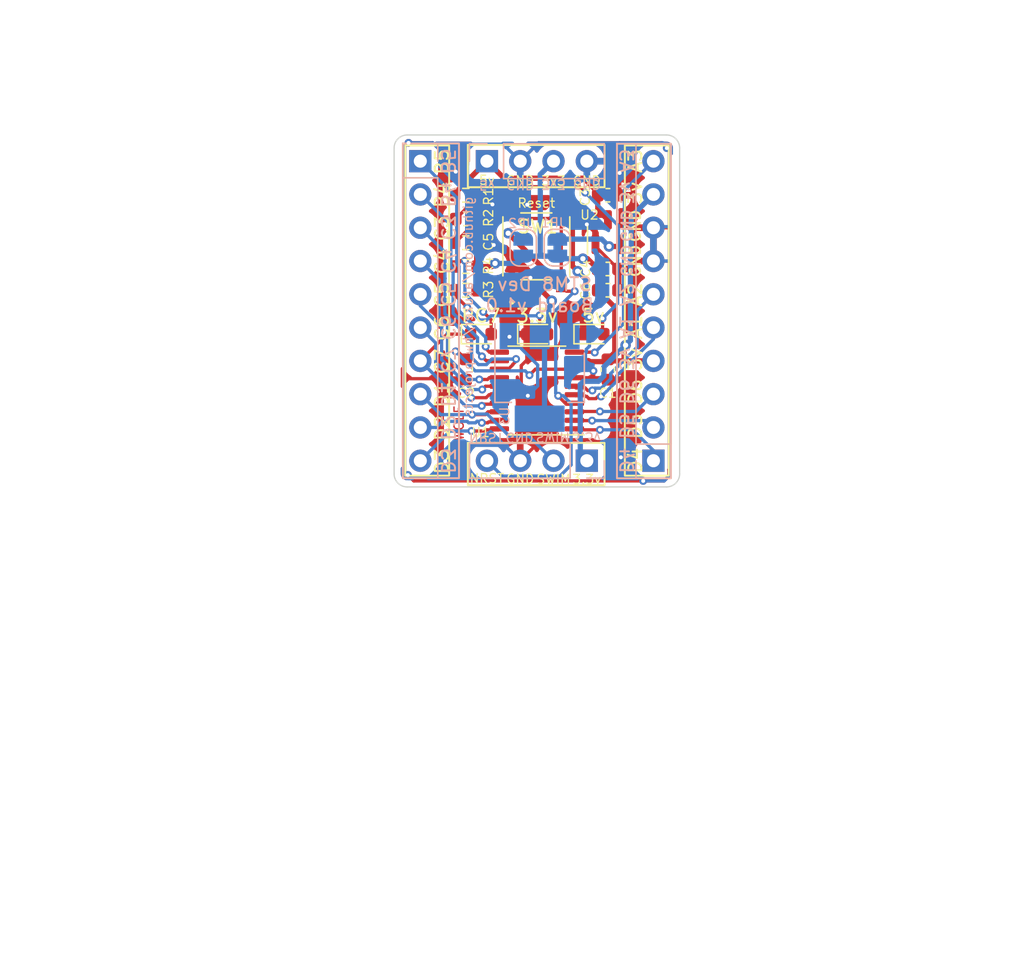
<source format=kicad_pcb>
(kicad_pcb (version 20211014) (generator pcbnew)
  (layers (0 "F.Cu" signal) (31 "B.Cu" signal) (34 "B.Paste" user) (35 "F.Paste" user) (36 "B.SilkS" user "B.Silkscreen") (37 "F.SilkS" user "F.Silkscreen") (38 "B.Mask" user) (39 "F.Mask" user) (44 "Edge.Cuts" user))
  (net 0 "")
  (net 1 "Net-(D1-Pad2)")
  (net 2 "GND")
  (net 3 "PC7")
  (net 4 "PD4")
  (net 5 "PD5")
  (net 6 "PD6")
  (net 7 "+5V")
  (net 8 "PB5")
  (net 9 "PB4")
  (net 10 "PC3")
  (net 11 "PC4")
  (net 12 "PC5")
  (net 13 "PC6")
  (net 14 "PD1")
  (net 15 "PD2")
  (net 16 "PD3")
  (net 17 "NRST")
  (net 18 "+3V3")
  (net 19 "PA1")
  (net 20 "PA2")
  (net 21 "PA3")
  (net 22 "Net-(JP1-Pad1)")
  (net 23 "Net-(JP2-Pad1)")
  (net 24 "Net-(C2-Pad1)")
  (net 25 "Net-(D2-Pad2)")
  (net 26 "Net-(D3-Pad2)")
  (footprint "Capacitor_SMD:C_0603_1608Metric" (layer "F.Cu") (at 114.3 45.9 -90)
    (fp_text reference "C1")
    (fp_text value "10u")
  )
  (footprint "LED_SMD:LED_0603_1608Metric" (layer "F.Cu") (at 104.615 43.2)
    (fp_text reference "D3" hide)
    (fp_text value "PC7")
  )
  (footprint "custom_items:SW_TS-1187A-B-A-B" (layer "F.Cu") (at 108.85 36.5 90)
    (fp_text reference "SW1")
    (fp_text value "Reset")
  )
  (footprint "Capacitor_SMD:C_0603_1608Metric" (layer "F.Cu") (at 114.31 38.226666)
    (fp_text reference "C4")
    (fp_text value "10u")
  )
  (footprint "LED_SMD:LED_0603_1608Metric" (layer "F.Cu") (at 108.91 43.2)
    (fp_text reference "D2" hide)
    (fp_text value "3.3v")
  )
  (footprint "Resistor_SMD:R_0603_1608Metric" (layer "F.Cu") (at 103.47 32.6)
    (fp_text reference "R1")
    (fp_text value "1k")
  )
  (footprint "Resistor_SMD:R_0603_1608Metric" (layer "F.Cu") (at 103.47 38.0375 180)
    (fp_text reference "R4")
    (fp_text value "1k")
  )
  (footprint "Capacitor_SMD:C_0603_1608Metric" (layer "F.Cu") (at 103.47 34.4125 180)
    (fp_text reference "C5")
    (fp_text value "1u")
  )
  (footprint "Package_SO:TSSOP-20_4.4x6.5mm_P0.65mm" (layer "F.Cu") (at 108.89 47.5 180)
    (fp_text reference "U1")
    (fp_text value "STM8S003F3P")
  )
  (footprint "Capacitor_SMD:C_0603_1608Metric" (layer "F.Cu") (at 103.46 45.9 -90)
    (fp_text reference "C2")
    (fp_text value "1u")
  )
  (footprint "Capacitor_SMD:C_0603_1608Metric" (layer "F.Cu") (at 114.31 32.6)
    (fp_text reference "C3")
    (fp_text value "10u")
  )
  (footprint "Resistor_SMD:R_0603_1608Metric" (layer "F.Cu") (at 103.47 39.85 180)
    (fp_text reference "R3")
    (fp_text value "1k")
  )
  (footprint "Package_TO_SOT_SMD:SOT-23" (layer "F.Cu") (at 114.31 35.413333 90)
    (fp_text reference "U2")
    (fp_text value "XC6206")
  )
  (footprint "Capacitor_SMD:C_0603_1608Metric" (layer "F.Cu") (at 114.31 39.85)
    (fp_text reference "C6")
    (fp_text value "100n")
  )
  (footprint "Resistor_SMD:R_0603_1608Metric" (layer "F.Cu") (at 103.47 36.225)
    (fp_text reference "R2")
    (fp_text value "10k")
  )
  (footprint "LED_SMD:LED_0603_1608Metric" (layer "F.Cu") (at 113.205 43.2)
    (fp_text reference "D1" hide)
    (fp_text value "5v")
  )
  (footprint "Connector_PinHeader_2.54mm:PinHeader_1x10_P2.54mm_Vertical" (layer "B.Cu") (at 117.78 52.86)
    (fp_text reference "J2" hide)
    (fp_text value "Conn_01x10_Male")
  )
  (footprint "Connector_PinHeader_2.54mm:PinHeader_1x04_P2.54mm_Vertical" (layer "B.Cu") (at 105.08 30 -90)
    (fp_text reference "J3" hide)
    (fp_text value "Power Connector")
  )
  (footprint "Jumper:SolderJumper-2_P1.3mm_Bridged_RoundedPad1.0x1.5mm" (layer "B.Cu") (at 110.45 36.6 -90)
    (fp_text reference "JP1")
    (fp_text value "SolderJumper_2_Bridged")
  )
  (footprint "Package_TO_SOT_SMD:SOT-223-3_TabPin2" (layer "B.Cu") (at 109.1 46.5 -90)
    (fp_text reference "U3")
    (fp_text value "AMS1117-3.3")
  )
  (footprint "Connector_PinHeader_2.54mm:PinHeader_1x10_P2.54mm_Vertical" (layer "B.Cu") (at 100 30 180)
    (fp_text reference "J4" hide)
    (fp_text value "Conn_01x10_Male")
  )
  (footprint "Connector_PinHeader_2.54mm:PinHeader_1x04_P2.54mm_Vertical" (layer "B.Cu") (at 112.7 52.86 90)
    (fp_text reference "J1" hide)
    (fp_text value "STLinkV2 Connector")
  )
  (footprint "Jumper:SolderJumper-2_P1.3mm_Open_RoundedPad1.0x1.5mm" (layer "B.Cu") (at 107.85 36.6 -90)
    (fp_text reference "JP2")
    (fp_text value "SolderJumper_2_Bridged")
  )
  (gr_rect (start 98.67 28.65) (end 102.95 54.19) (layer "B.SilkS") (width 0.15) (fill none))
  (gr_rect (start 115 28.67) (end 119.11 54.2) (layer "B.SilkS") (width 0.15) (fill none))
  (gr_rect (start 103.625 28.7625) (end 114.05 31.9875) (layer "F.SilkS") (width 0.15) (fill none))
  (gr_rect (start 98.85 28.8) (end 102.2 54) (layer "F.SilkS") (width 0.15) (fill none))
  (gr_rect (start 115.6 28.8) (end 118.95 54) (layer "F.SilkS") (width 0.15) (fill none))
  (gr_rect (start 103.625 51.5) (end 114.05 54.725) (layer "F.SilkS") (width 0.15) (fill none))
  (gr_line (start 98 53.86) (end 98 29) (layer "Edge.Cuts") (width 0.1))
  (gr_line (start 119.78 29) (end 119.78 53.86) (layer "Edge.Cuts") (width 0.1))
  (gr_arc (start 119.78 53.86) (mid 119.487107 54.567107) (end 118.78 54.86) (layer "Edge.Cuts") (width 0.1))
  (gr_line (start 118.78 54.86) (end 99 54.86) (layer "Edge.Cuts") (width 0.1))
  (gr_arc (start 98 29) (mid 98.292893 28.292893) (end 99 28) (layer "Edge.Cuts") (width 0.1))
  (gr_line (start 99 28) (end 118.78 28) (layer "Edge.Cuts") (width 0.1))
  (gr_arc (start 118.78 28) (mid 119.487107 28.292893) (end 119.78 29) (layer "Edge.Cuts") (width 0.1))
  (gr_arc (start 99 54.86) (mid 98.292893 54.567107) (end 98 53.86) (layer "Edge.Cuts") (width 0.1))
  (gr_text "BAD WOLF" (at 102.95 51.275 90) (layer "F.Cu") (effects (font (size 0.7 0.7) (thickness 0.1))))
  (gr_text "3v" (at 115.7 32.406534 270) (layer "B.SilkS") (effects (font (size 1 1)) (justify mirror)))
  (gr_text "D2" (at 102.1 50.32 270) (layer "B.SilkS") (effects (font (size 1 1)) (justify mirror)))
  (gr_text "3v" (at 115.7 45.088013 270) (layer "B.SilkS") (effects (font (size 1 1)) (justify mirror)))
  (gr_text "NRST" (at 105.03 51.1 180) (layer "B.SilkS") (effects (font (size 0.7 0.7) (thickness 0.1)) (justify mirror)))
  (gr_text "D3" (at 102.1 52.86 270) (layer "B.SilkS") (effects (font (size 1 1)) (justify mirror)))
  (gr_text "A3\n" (at 115.7 29.975 270) (layer "B.SilkS") (effects (font (size 1 1)) (justify mirror)))
  (gr_text "D4" (at 115.7 52.835 270) (layer "B.SilkS") (effects (font (size 1 1)) (justify mirror)))
  (gr_text "5v" (at 105.083334 31.825 180) (layer "B.SilkS") (effects (font (size 0.7 0.7) (thickness 0.1)) (justify mirror)))
  (gr_text "3.3v\n" (at 112.65 51.05 180) (layer "B.SilkS") (effects (font (size 0.7 0.7) (thickness 0.1)) (justify mirror)))
  (gr_text "A1" (at 115.7 42.656479 270) (layer "B.SilkS") (effects (font (size 1 1)) (justify mirror)))
  (gr_text "GND" (at 107.57 51.075 180) (layer "B.SilkS") (effects (font (size 0.7 0.7) (thickness 0.1)) (justify mirror)))
  (gr_text "GND" (at 115.7 37.602935 270) (layer "B.SilkS") (effects (font (size 0.8 0.8)) (justify mirror)))
  (gr_text "STM8 Dev \nBoard v1.0" (at 109.1 40.2) (layer "B.SilkS") (effects (font (size 1 1)) (justify mirror)))
  (gr_text "GND" (at 107.623334 31.8 180) (layer "B.SilkS") (effects (font (size 0.7 0.7) (thickness 0.1)) (justify mirror)))
  (gr_text "SWIM" (at 110.11 51.05 180) (layer "B.SilkS") (effects (font (size 0.7 0.7) (thickness 0.1)) (justify mirror)))
  (gr_text "A2" (at 115.7 40.177326 270) (layer "B.SilkS") (effects (font (size 1 1)) (justify mirror)))
  (gr_text "GND" (at 112.703334 31.775 180) (layer "B.SilkS") (effects (font (size 0.7 0.7) (thickness 0.1)) (justify mirror)))
  (gr_text "C4" (at 102.1 37.62 270) (layer "B.SilkS") (effects (font (size 1 1)) (justify mirror)))
  (gr_text "github.com/akuker/hw_projects" (at 103.65 41.1 90) (layer "B.SilkS") (effects (font (size 0.7 0.7) (thickness 0.1)) (justify mirror)))
  (gr_text "B4" (at 102.1 32.54 270) (layer "B.SilkS") (effects (font (size 1 1)) (justify mirror)))
  (gr_text "C3" (at 102.1 35.08 270) (layer "B.SilkS") (effects (font (size 1 1)) (justify mirror)))
  (gr_text "B5" (at 102.1 30 270) (layer "B.SilkS") (effects (font (size 1 1)) (justify mirror)))
  (gr_text "C6" (at 102.1 42.7 270) (layer "B.SilkS") (effects (font (size 1 1)) (justify mirror)))
  (gr_text "GND" (at 115.7 34.933306 270) (layer "B.SilkS") (effects (font (size 0.8 0.8)) (justify mirror)))
  (gr_text "C7" (at 102.1 45.24 270) (layer "B.SilkS") (effects (font (size 1 1)) (justify mirror)))
  (gr_text "3v3" (at 110.163334 31.775 180) (layer "B.SilkS") (effects (font (size 0.7 0.7) (thickness 0.1)) (justify mirror)))
  (gr_text "C5" (at 102.1 40.16 270) (layer "B.SilkS") (effects (font (size 1 1)) (justify mirror)))
  (gr_text "D1" (at 102.1 47.78 270) (layer "B.SilkS") (effects (font (size 1 1)) (justify mirror)))
  (gr_text "D5" (at 115.7 50.212985 270) (layer "B.SilkS") (effects (font (size 1 1)) (justify mirror)))
  (gr_text "D6" (at 115.7 47.590975 270) (layer "B.SilkS") (effects (font (size 1 1)) (justify mirror)))
  (gr_text "A1" (at 116.4 42.671479 -270) (layer "F.SilkS") (effects (font (size 1 1))))
  (gr_text "D4" (at 116.4 52.85 -270) (layer "F.SilkS") (effects (font (size 1 1))))
  (gr_text "D3" (at 101.65 52.9 -270) (layer "F.SilkS") (effects (font (size 1 1))))
  (gr_text "C6" (at 101.65 42.74 -270) (layer "F.SilkS") (effects (font (size 1 1))))
  (gr_text "D2" (at 101.65 50.36 -270) (layer "F.SilkS") (effects (font (size 1 1))))
  (gr_text "D5" (at 116.4 50.227985 -270) (layer "F.SilkS") (effects (font (size 1 1))))
  (gr_text "5v" (at 105.08 31.45) (layer "F.SilkS") (effects (font (size 0.7 0.7) (thickness 0.1))))
  (gr_text "D1" (at 101.65 47.82 -270) (layer "F.SilkS") (effects (font (size 1 1))))
  (gr_text "SWIM" (at 110.16 54.275) (layer "F.SilkS") (effects (font (size 0.7 0.7) (thickness 0.1))))
  (gr_text "GND" (at 107.62 31.475) (layer "F.SilkS") (effects (font (size 0.7 0.7) (thickness 0.1))))
  (gr_text "B5" (at 101.65 30.04 -270) (layer "F.SilkS") (effects (font (size 1 1))))
  (gr_text "GND" (at 116.4 34.948306 -270) (layer "F.SilkS") (effects (font (size 0.8 0.8))))
  (gr_text "3.3v\n" (at 112.7 54.275) (layer "F.SilkS") (effects (font (size 0.7 0.7) (thickness 0.1))))
  (gr_text "GND" (at 112.7 31.5) (layer "F.SilkS") (effects (font (size 0.7 0.7) (thickness 0.1))))
  (gr_text "3v3" (at 110.16 31.5) (layer "F.SilkS") (effects (font (size 0.7 0.7) (thickness 0.1))))
  (gr_text "D6" (at 116.4 47.605975 -270) (layer "F.SilkS") (effects (font (size 1 1))))
  (gr_text "GND" (at 116.4 37.617935 -270) (layer "F.SilkS") (effects (font (size 0.8 0.8))))
  (gr_text "C5" (at 101.65 40.2 -270) (layer "F.SilkS") (effects (font (size 1 1))))
  (gr_text "3v" (at 116.4 32.421534 -270) (layer "F.SilkS") (effects (font (size 1 1))))
  (gr_text "B4" (at 101.65 32.58 -270) (layer "F.SilkS") (effects (font (size 1 1))))
  (gr_text "A2" (at 116.4 40.192326 -270) (layer "F.SilkS") (effects (font (size 1 1))))
  (gr_text "3v" (at 116.4 45.103013 -270) (layer "F.SilkS") (effects (font (size 1 1))))
  (gr_text "C3" (at 101.65 35.12 -270) (layer "F.SilkS") (effects (font (size 1 1))))
  (gr_text "GND" (at 107.62 54.25) (layer "F.SilkS") (effects (font (size 0.7 0.7) (thickness 0.1))))
  (gr_text "C4" (at 101.65 37.66 -270) (layer "F.SilkS") (effects (font (size 1 1))))
  (gr_text "NRST" (at 105.08 54.225) (layer "F.SilkS") (effects (font (size 0.7 0.7) (thickness 0.1))))
  (gr_text "C7" (at 101.65 45.28 -270) (layer "F.SilkS") (effects (font (size 1 1))))
  (gr_text "A3\n" (at 116.4 29.99 -270) (layer "F.SilkS") (effects (font (size 1 1))))
  (segment (start 104.945 31.95) (end 112.1355 31.95) (width 0.25) (layer "F.Cu") (net 1))
  (segment (start 113.9 42) (end 113.9 43.1075) (width 0.25) (layer "F.Cu") (net 1))
  (segment (start 112.1355 31.95) (end 112.5855 32.4) (width 0.25) (layer "F.Cu") (net 1))
  (segment (start 104.295 32.6) (end 104.945 31.95) (width 0.25) (layer "F.Cu") (net 1))
  (segment (start 113.9 43.1075) (end 113.9925 43.2) (width 0.25) (layer "F.Cu") (net 1))
  (via (at 113.9 42) (size 0.6) (drill 0.3) (layers "F.Cu" "B.Cu") (net 1))
  (via (at 112.5855 32.4) (size 0.6) (drill 0.3) (layers "F.Cu" "B.Cu") (net 1))
  (segment (start 115.0493 40.8507) (end 113.9 42) (width 0.25) (layer "B.Cu") (net 1))
  (segment (start 115.115967 34.930467) (end 115.115967 36.808633) (width 0.25) (layer "B.Cu") (net 1))
  (segment (start 115.115967 36.808633) (end 115.0493 36.8753) (width 0.25) (layer "B.Cu") (net 1))
  (segment (start 115.0493 36.8753) (end 115.0493 40.8507) (width 0.25) (layer "B.Cu") (net 1))
  (segment (start 112.5855 32.4) (end 115.115967 34.930467) (width 0.25) (layer "B.Cu") (net 1))
  (segment (start 107.7 47.4) (end 108.2 47.9) (width 0.25) (layer "F.Cu") (net 2))
  (segment (start 107.7 45.6) (end 107.7 47.4) (width 0.25) (layer "F.Cu") (net 2))
  (segment (start 118.92 37.62) (end 119 37.7) (width 0.25) (layer "F.Cu") (net 2))
  (segment (start 109.08 51.4) (end 107.62 52.86) (width 0.25) (layer "F.Cu") (net 2))
  (segment (start 108.1225 45.1775) (end 107.7 45.6) (width 0.25) (layer "F.Cu") (net 2))
  (segment (start 115.2 30.9) (end 115.2 28.6) (width 0.25) (layer "F.Cu") (net 2))
  (segment (start 118.589022 54.4) (end 117 54.4) (width 0.25) (layer "F.Cu") (net 2))
  (segment (start 115.3 52.6) (end 114.2 51.5) (width 0.25) (layer "F.Cu") (net 2))
  (segment (start 102.7 30.350978) (end 102.7 30.8) (width 0.25) (layer "F.Cu") (net 2))
  (segment (start 105.5 33.3) (end 105.18702 33.61298) (width 0.25) (layer "F.Cu") (net 2))
  (segment (start 107.62 30) (end 109.02 28.6) (width 0.25) (layer "F.Cu") (net 2))
  (segment (start 113.36 36.350833) (end 113.36 35.485) (width 0.25) (layer "F.Cu") (net 2))
  (segment (start 119 29.2) (end 119 35.1) (width 0.25) (layer "F.Cu") (net 2))
  (segment (start 114.2 51.5) (end 114.2 51.4) (width 0.25) (layer "F.Cu") (net 2))
  (segment (start 109.575 46.525) (end 108.2 47.9) (width 0.25) (layer "F.Cu") (net 2))
  (segment (start 113.36 35.485) (end 112.7 34.825) (width 0.25) (layer "F.Cu") (net 2))
  (segment (start 113.225 46.025) (end 113.225 46.525) (width 0.25) (layer "F.Cu") (net 2))
  (segment (start 111.7525 46.525) (end 113.225 46.525) (width 0.25) (layer "F.Cu") (net 2))
  (segment (start 113.2 46) (end 113.225 46.025) (width 0.25) (layer "F.Cu") (net 2))
  (segment (start 118.954511 53.545489) (end 118.954511 54.034511) (width 0.25) (layer "F.Cu") (net 2))
  (segment (start 99.050978 28.6) (end 100.949022 28.6) (width 0.25) (layer "F.Cu") (net 2))
  (segment (start 103.385 46.6) (end 98.8 46.6) (width 0.25) (layer "F.Cu") (net 2))
  (segment (start 105.18702 33.61298) (end 103.49452 33.61298) (width 0.25) (layer "F.Cu") (net 2))
  (segment (start 98.8 28.850978) (end 99.050978 28.6) (width 0.25) (layer "F.Cu") (net 2))
  (segment (start 114.2 51.4) (end 109.08 51.4) (width 0.25) (layer "F.Cu") (net 2))
  (segment (start 118.98 35.08) (end 119 35.1) (width 0.25) (layer "F.Cu") (net 2))
  (segment (start 100.949022 28.6) (end 102.7 30.350978) (width 0.25) (layer "F.Cu") (net 2))
  (segment (start 108.1225 43.2) (end 108.1225 45.1775) (width 0.25) (layer "F.Cu") (net 2))
  (segment (start 117.78 35.08) (end 118.98 35.08) (width 0.25) (layer "F.Cu") (net 2))
  (segment (start 109.02 28.6) (end 115.2 28.6) (width 0.25) (layer "F.Cu") (net 2))
  (segment (start 98.8 46.6) (end 98.8 28.850978) (width 0.25) (layer "F.Cu") (net 2))
  (segment (start 119 37.7) (end 119 53.5) (width 0.25) (layer "F.Cu") (net 2))
  (segment (start 119 35.1) (end 119 37.7) (width 0.25) (layer "F.Cu") (net 2))
  (segment (start 119 53.5) (end 118.954511 53.545489) (width 0.25) (layer "F.Cu") (net 2))
  (segment (start 99.5 54.4) (end 98.8 53.7) (width 0.25) (layer "F.Cu") (net 2))
  (segment (start 118.954511 54.034511) (end 118.589022 54.4) (width 0.25) (layer "F.Cu") (net 2))
  (segment (start 114.15 46.525) (end 114.3 46.675) (width 0.25) (layer "F.Cu") (net 2))
  (segment (start 118.8 29) (end 119 29.2) (width 0.25) (layer "F.Cu") (net 2))
  (segment (start 98.8 53.7) (end 98.8 46.6) (width 0.25) (layer "F.Cu") (net 2))
  (segment (start 111.7525 46.525) (end 109.575 46.525) (width 0.25) (layer "F.Cu") (net 2))
  (segment (start 118.4 28.6) (end 118.8 29) (width 0.25) (layer "F.Cu") (net 2))
  (segment (start 113.225 46.525) (end 114.15 46.525) (width 0.25) (layer "F.Cu") (net 2))
  (segment (start 117 54.4) (end 99.5 54.4) (width 0.25) (layer "F.Cu") (net 2))
  (segment (start 117.78 37.62) (end 118.92 37.62) (width 0.25) (layer "F.Cu") (net 2))
  (segment (start 113.36 36.350833) (end 113.36 36.501666) (width 0.25) (layer "F.Cu") (net 2))
  (segment (start 103.49452 33.61298) (end 102.695 34.4125) (width 0.25) (layer "F.Cu") (net 2))
  (segment (start 113.36 36.501666) (end 115.085 38.226666) (width 0.25) (layer "F.Cu") (net 2))
  (segment (start 115.2 28.6) (end 118.4 28.6) (width 0.25) (layer "F.Cu") (net 2))
  (segment (start 103.46 46.675) (end 103.385 46.6) (width 0.25) (layer "F.Cu") (net 2))
  (via (at 101.9 52.9) (size 0.6) (drill 0.3) (layers "F.Cu" "B.Cu") (net 2))
  (via (at 105.6 36.4) (size 0.6) (drill 0.3) (layers "F.Cu" "B.Cu") (net 2))
  (via (at 106.8 43.4) (size 0.6) (drill 0.3) (layers "F.Cu" "B.Cu") (net 2))
  (via (at 99.05 53.95) (size 0.6) (drill 0.3) (layers "F.Cu" "B.Cu") (net 2))
  (via (at 113.2 46) (size 0.6) (drill 0.3) (layers "F.Cu" "B.Cu") (net 2))
  (via (at 102.7 30.8) (size 0.6) (drill 0.3) (layers "F.Cu" "B.Cu") (net 2))
  (via (at 108.15 33.325) (size 0.6) (drill 0.3) (layers "F.Cu" "B.Cu") (net 2))
  (via (at 115.3 52.6) (size 0.6) (drill 0.3) (layers "F.Cu" "B.Cu") (net 2))
  (via (at 115.2 30.9) (size 0.6) (drill 0.3) (layers "F.Cu" "B.Cu") (net 2))
  (via (at 108.4 38.9) (size 0.6) (drill 0.3) (layers "F.Cu" "B.Cu") (net 2))
  (via (at 99.1 28.6) (size 0.6) (drill 0.3) (layers "F.Cu" "B.Cu") (net 2))
  (via (at 118.8 29) (size 0.6) (drill 0.3) (layers "F.Cu" "B.Cu") (net 2))
  (via (at 112.9 41.9) (size 0.6) (drill 0.3) (layers "F.Cu" "B.Cu") (net 2))
  (via (at 117 54.4) (size 0.6) (drill 0.3) (layers "F.Cu" "B.Cu") (net 2))
  (via (at 105.5 33.3) (size 0.6) (drill 0.3) (layers "F.Cu" "B.Cu") (net 2))
  (via (at 112.7 34.825) (size 0.6) (drill 0.3) (layers "F.Cu" "B.Cu") (net 2))
  (via (at 108.2 47.9) (size 0.6) (drill 0.3) (layers "F.Cu" "B.Cu") (net 2))
  (segment (start 112.662766 44.35872) (end 112.662766 44.537234) (width 0.25) (layer "B.Cu") (net 2))
  (segment (start 107.62 52.86) (end 106.445489 51.685489) (width 0.25) (layer "B.Cu") (net 2))
  (segment (start 119 29.1) (end 118.5 28.6) (width 0.25) (layer "B.Cu") (net 2))
  (segment (start 108.949001 45.549001) (end 108.949001 47.150999) (width 0.25) (layer "B.Cu") (net 2))
  (segment (start 117.78 35.08) (end 117.86 35) (width 0.25) (layer "B.Cu") (net 2))
  (segment (start 99.1 28.6) (end 98.8 28.9) (width 0.25) (layer "B.Cu") (net 2))
  (segment (start 112.662766 44.537234) (end 112.6 44.6) (width 0.25) (layer "B.Cu") (net 2))
  (segment (start 119 35) (end 119 29.1) (width 0.25) (layer "B.Cu") (net 2))
  (segment (start 106.32 28.7) (end 104.030978 28.7) (width 0.25) (layer "B.Cu") (net 2))
  (segment (start 103.114511 51.685489) (end 101.9 52.9) (width 0.25) (layer "B.Cu") (net 2))
  (segment (start 106.8 43.35) (end 106.8 43.4) (width 0.25) (layer "B.Cu") (net 2))
  (segment (start 112.6 45.4) (end 113.2 46) (width 0.25) (layer "B.Cu") (net 2))
  (segment (start 117.78 37.62) (end 118.92 37.62) (width 0.25) (layer "B.Cu") (net 2))
  (segment (start 99.2 54.1) (end 100.7 54.1) (width 0.25) (layer "B.Cu") (net 2))
  (segment (start 100.949022 28.6) (end 99.1 28.6) (width 0.25) (layer "B.Cu") (net 2))
  (segment (start 106.8 43.4) (end 108.949001 45.549001) (width 0.25) (layer "B.Cu") (net 2))
  (segment (start 99.05 53.95) (end 99.2 54.1) (width 0.25) (layer "B.Cu") (net 2))
  (segment (start 109.02 28.6) (end 107.62 30) (width 0.25) (layer "B.Cu") (net 2))
  (segment (start 115.3 52.6) (end 117.1 54.4) (width 0.25) (layer "B.Cu") (net 2))
  (segment (start 118.6 54.4) (end 119 54) (width 0.25) (layer "B.Cu") (net 2))
  (segment (start 107.62 30) (end 106.32 28.7) (width 0.25) (layer "B.Cu") (net 2))
  (segment (start 118.92 37.62) (end 119 37.7) (width 0.25) (layer "B.Cu") (net 2))
  (segment (start 118.5 28.6) (end 109.02 28.6) (width 0.25) (layer "B.Cu") (net 2))
  (segment (start 119 37.7) (end 119 35) (width 0.25) (layer "B.Cu") (net 2))
  (segment (start 102.7 30.350978) (end 100.949022 28.6) (width 0.25) (layer "B.Cu") (net 2))
  (segment (start 98.8 53.7) (end 99.05 53.95) (width 0.25) (layer "B.Cu") (net 2))
  (segment (start 117.1 54.4) (end 118.6 54.4) (width 0.25) (layer "B.Cu") (net 2))
  (segment (start 112.9 44.121486) (end 112.662766 44.35872) (width 0.25) (layer "B.Cu") (net 2))
  (segment (start 117.86 35) (end 119 35) (width 0.25) (layer "B.Cu") (net 2))
  (segment (start 100.7 54.1) (end 101.9 52.9) (width 0.25) (layer "B.Cu") (net 2))
  (segment (start 112.6 44.6) (end 112.6 45.4) (width 0.25) (layer "B.Cu") (net 2))
  (segment (start 112.9 41.9) (end 112.9 44.121486) (width 0.25) (layer "B.Cu") (net 2))
  (segment (start 102.7 30.030978) (end 102.7 30.8) (width 0.25) (layer "B.Cu") (net 2))
  (segment (start 119 54) (end 119 37.7) (width 0.25) (layer "B.Cu") (net 2))
  (segment (start 98.8 28.9) (end 98.8 53.7) (width 0.25) (layer "B.Cu") (net 2))
  (segment (start 102.7 30.8) (end 102.7 30.350978) (width 0.25) (layer "B.Cu") (net 2))
  (segment (start 104.030978 28.7) (end 102.7 30.030978) (width 0.25) (layer "B.Cu") (net 2))
  (segment (start 106.445489 51.685489) (end 103.114511 51.685489) (width 0.25) (layer "B.Cu") (net 2))
  (segment (start 108.949001 47.150999) (end 108.2 47.9) (width 0.25) (layer "B.Cu") (net 2))
  (segment (start 106.0275 48.475) (end 105.959748 48.542752) (width 0.25) (layer "F.Cu") (net 3))
  (segment (start 105.959748 48.542752) (end 104.820153 48.542752) (width 0.25) (layer "F.Cu") (net 3))
  (segment (start 104.820153 48.542752) (end 104.687405 48.6755) (width 0.25) (layer "F.Cu") (net 3))
  (segment (start 102.04 43.2) (end 100 45.24) (width 0.25) (layer "F.Cu") (net 3))
  (segment (start 103.8275 43.2) (end 102.04 43.2) (width 0.25) (layer "F.Cu") (net 3))
  (via (at 104.687405 48.6755) (size 0.6) (drill 0.3) (layers "F.Cu" "B.Cu") (net 3))
  (segment (start 100 45.24) (end 103.4355 48.6755) (width 0.25) (layer "B.Cu") (net 3))
  (segment (start 103.4355 48.6755) (end 104.687405 48.6755) (width 0.25) (layer "B.Cu") (net 3))
  (segment (start 113.7 50.5) (end 111.8275 50.5) (width 0.25) (layer "F.Cu") (net 4))
  (segment (start 111.8275 50.5) (end 111.7525 50.425) (width 0.25) (layer "F.Cu") (net 4))
  (via (at 113.7 50.5) (size 0.6) (drill 0.3) (layers "F.Cu" "B.Cu") (net 4))
  (segment (start 117.78 52.08) (end 116.2 50.5) (width 0.25) (layer "B.Cu") (net 4))
  (segment (start 116.2 50.5) (end 113.7 50.5) (width 0.25) (layer "B.Cu") (net 4))
  (segment (start 117.78 52.86) (end 117.78 52.08) (width 0.25) (layer "B.Cu") (net 4))
  (segment (start 111.7775 49.8) (end 111.7525 49.775) (width 0.25) (layer "F.Cu") (net 5))
  (segment (start 113.1 49.8) (end 111.7775 49.8) (width 0.25) (layer "F.Cu") (net 5))
  (via (at 113.1 49.8) (size 0.6) (drill 0.3) (layers "F.Cu" "B.Cu") (net 5))
  (segment (start 117.78 50.32) (end 117.26 49.8) (width 0.25) (layer "B.Cu") (net 5))
  (segment (start 117.26 49.8) (end 113.1 49.8) (width 0.25) (layer "B.Cu") (net 5))
  (segment (start 113.7 49.1) (end 111.7775 49.1) (width 0.25) (layer "F.Cu") (net 6))
  (segment (start 111.7775 49.1) (end 111.7525 49.125) (width 0.25) (layer "F.Cu") (net 6))
  (via (at 113.7 49.1) (size 0.6) (drill 0.3) (layers "F.Cu" "B.Cu") (net 6))
  (segment (start 116.46 49.1) (end 116.4 49.1) (width 0.25) (layer "B.Cu") (net 6))
  (segment (start 116.4 49.1) (end 113.7 49.1) (width 0.25) (layer "B.Cu") (net 6))
  (segment (start 117.78 47.78) (end 116.46 49.1) (width 0.25) (layer "B.Cu") (net 6))
  (segment (start 112.474745 31.3) (end 106.38 31.3) (width 0.4) (layer "F.Cu") (net 7))
  (segment (start 113.535 32.6) (end 113.535 32.360255) (width 0.4) (layer "F.Cu") (net 7))
  (segment (start 113.959666 34.125499) (end 114.31 34.475833) (width 0.4) (layer "F.Cu") (net 7))
  (segment (start 113.535 32.6) (end 113.535 33.700833) (width 0.4) (layer "F.Cu") (net 7))
  (segment (start 106.38 31.3) (end 105.08 30) (width 0.4) (layer "F.Cu") (net 7))
  (segment (start 111.6 34.935755) (end 112.410256 34.125499) (width 0.4) (layer "F.Cu") (net 7))
  (segment (start 113.535 32.360255) (end 112.474745 31.3) (width 0.4) (layer "F.Cu") (net 7))
  (segment (start 102.645 32.6) (end 102.645 32.435) (width 0.4) (layer "F.Cu") (net 7))
  (segment (start 112 38.4) (end 111.6 38) (width 0.4) (layer "F.Cu") (net 7))
  (segment (start 102.645 32.435) (end 105.08 30) (width 0.4) (layer "F.Cu") (net 7))
  (segment (start 111.6 38) (end 111.6 34.935755) (width 0.4) (layer "F.Cu") (net 7))
  (segment (start 113.535 33.700833) (end 114.31 34.475833) (width 0.4) (layer "F.Cu") (net 7))
  (segment (start 112.410256 34.125499) (end 113.959666 34.125499) (width 0.4) (layer "F.Cu") (net 7))
  (via (at 112 38.4) (size 0.8) (drill 0.4) (layers "F.Cu" "B.Cu") (net 7))
  (segment (start 111.4 43.35) (end 111.4 41.589245) (width 0.4) (layer "B.Cu") (net 7))
  (segment (start 111.4 41.589245) (end 112.624501 40.364744) (width 0.4) (layer "B.Cu") (net 7))
  (segment (start 112.624501 39.024501) (end 112 38.4) (width 0.4) (layer "B.Cu") (net 7))
  (segment (start 112.624501 40.364744) (end 112.624501 39.024501) (width 0.4) (layer "B.Cu") (net 7))
  (segment (start 104.986609 44.146916) (end 104.986609 44.286609) (width 0.25) (layer "F.Cu") (net 8))
  (segment (start 105.275 44.575) (end 106.0275 44.575) (width 0.25) (layer "F.Cu") (net 8))
  (segment (start 104.986609 44.286609) (end 105.275 44.575) (width 0.25) (layer "F.Cu") (net 8))
  (via (at 104.986609 44.146916) (size 0.6) (drill 0.3) (layers "F.Cu" "B.Cu") (net 8))
  (segment (start 102.95049 41.416846) (end 104.986609 43.452965) (width 0.25) (layer "B.Cu") (net 8))
  (segment (start 102.775499 37.858678) (end 102.95049 38.033669) (width 0.25) (layer "B.Cu") (net 8))
  (segment (start 104.986609 43.452965) (end 104.986609 44.146916) (width 0.25) (layer "B.Cu") (net 8))
  (segment (start 100 30) (end 102.775499 32.775499) (width 0.25) (layer "B.Cu") (net 8))
  (segment (start 102.775499 32.775499) (end 102.775499 37.858678) (width 0.25) (layer "B.Cu") (net 8))
  (segment (start 102.95049 38.033669) (end 102.95049 41.416846) (width 0.25) (layer "B.Cu") (net 8))
  (segment (start 105.025 45.225) (end 106.0275 45.225) (width 0.25) (layer "F.Cu") (net 9))
  (segment (start 104.7 44.9) (end 105.025 45.225) (width 0.25) (layer "F.Cu") (net 9))
  (via (at 104.7 44.9) (size 0.6) (drill 0.3) (layers "F.Cu" "B.Cu") (net 9))
  (segment (start 100 32.54) (end 102.325989 34.865989) (width 0.25) (layer "B.Cu") (net 9))
  (segment (start 102.50098 41.60304) (end 104.362108 43.464168) (width 0.25) (layer "B.Cu") (net 9))
  (segment (start 102.50098 38.219863) (end 102.50098 41.60304) (width 0.25) (layer "B.Cu") (net 9))
  (segment (start 102.325989 38.044872) (end 102.50098 38.219863) (width 0.25) (layer "B.Cu") (net 9))
  (segment (start 104.362108 43.464168) (end 104.362108 44.562108) (width 0.25) (layer "B.Cu") (net 9))
  (segment (start 102.325989 34.865989) (end 102.325989 38.044872) (width 0.25) (layer "B.Cu") (net 9))
  (segment (start 104.362108 44.562108) (end 104.7 44.9) (width 0.25) (layer "B.Cu") (net 9))
  (segment (start 107.050489 45.539872) (end 107.050489 45.513807) (width 0.25) (layer "F.Cu") (net 10))
  (segment (start 106.0275 45.875) (end 106.715361 45.875) (width 0.25) (layer "F.Cu") (net 10))
  (segment (start 107.3 45.264296) (end 107.3 45.1) (width 0.25) (layer "F.Cu") (net 10))
  (segment (start 106.715361 45.875) (end 107.050489 45.539872) (width 0.25) (layer "F.Cu") (net 10))
  (segment (start 107.050489 45.513807) (end 107.3 45.264296) (width 0.25) (layer "F.Cu") (net 10))
  (via (at 107.3 45.1) (size 0.6) (drill 0.3) (layers "F.Cu" "B.Cu") (net 10))
  (segment (start 101.876479 41.644061) (end 103.912588 43.68017) (width 0.25) (layer "B.Cu") (net 10))
  (segment (start 103.912588 43.68017) (end 103.912588 44.995781) (width 0.25) (layer "B.Cu") (net 10))
  (segment (start 104.441318 45.524511) (end 105.039785 45.524511) (width 0.25) (layer "B.Cu") (net 10))
  (segment (start 103.912588 44.995781) (end 104.441318 45.524511) (width 0.25) (layer "B.Cu") (net 10))
  (segment (start 100 35.08) (end 101.876479 36.956479) (width 0.25) (layer "B.Cu") (net 10))
  (segment (start 105.464296 45.1) (end 107.3 45.1) (width 0.25) (layer "B.Cu") (net 10))
  (segment (start 101.876479 36.956479) (end 101.876479 41.644061) (width 0.25) (layer "B.Cu") (net 10))
  (segment (start 105.039785 45.524511) (end 105.464296 45.1) (width 0.25) (layer "B.Cu") (net 10))
  (segment (start 106.0275 46.525) (end 105.258179 46.525) (width 0.25) (layer "F.Cu") (net 11))
  (segment (start 105.125464 46.657715) (end 104.500154 46.657715) (width 0.25) (layer "F.Cu") (net 11))
  (segment (start 105.258179 46.525) (end 105.125464 46.657715) (width 0.25) (layer "F.Cu") (net 11))
  (via (at 104.500154 46.657715) (size 0.6) (drill 0.3) (layers "F.Cu" "B.Cu") (net 11))
  (segment (start 100 37.62) (end 101.42695 39.04695) (width 0.25) (layer "B.Cu") (net 11))
  (segment (start 102.073532 42.476818) (end 102.073532 44.956711) (width 0.25) (layer "B.Cu") (net 11))
  (segment (start 103.774536 46.657715) (end 104.500154 46.657715) (width 0.25) (layer "B.Cu") (net 11))
  (segment (start 102.073532 44.956711) (end 103.774536 46.657715) (width 0.25) (layer "B.Cu") (net 11))
  (segment (start 101.426951 41.830237) (end 102.073532 42.476818) (width 0.25) (layer "B.Cu") (net 11))
  (segment (start 101.42695 39.04695) (end 101.426951 41.830237) (width 0.25) (layer "B.Cu") (net 11))
  (segment (start 106.0275 47.175) (end 104.971139 47.175) (width 0.25) (layer "F.Cu") (net 12))
  (segment (start 104.971139 47.175) (end 104.71964 47.426499) (width 0.25) (layer "F.Cu") (net 12))
  (via (at 104.71964 47.426499) (size 0.6) (drill 0.3) (layers "F.Cu" "B.Cu") (net 12))
  (segment (start 103.907616 47.426499) (end 104.71964 47.426499) (width 0.25) (layer "B.Cu") (net 12))
  (segment (start 101.624022 42.663012) (end 101.624022 45.142905) (width 0.25) (layer "B.Cu") (net 12))
  (segment (start 101.624022 45.142905) (end 103.907616 47.426499) (width 0.25) (layer "B.Cu") (net 12))
  (segment (start 100 40.16) (end 100 41.03899) (width 0.25) (layer "B.Cu") (net 12))
  (segment (start 100 41.03899) (end 101.624022 42.663012) (width 0.25) (layer "B.Cu") (net 12))
  (segment (start 105.24656 47.825) (end 105.02056 48.051) (width 0.25) (layer "F.Cu") (net 13))
  (segment (start 105.02056 48.051) (end 103.872928 48.051) (width 0.25) (layer "F.Cu") (net 13))
  (segment (start 106.0275 47.825) (end 105.24656 47.825) (width 0.25) (layer "F.Cu") (net 13))
  (via (at 103.872928 48.051) (size 0.6) (drill 0.3) (layers "F.Cu" "B.Cu") (net 13))
  (segment (start 101.174512 43.874512) (end 101.174512 45.329099) (width 0.25) (layer "B.Cu") (net 13))
  (segment (start 101.176477 45.354549) (end 103.872928 48.051) (width 0.25) (layer "B.Cu") (net 13))
  (segment (start 101.174512 45.329099) (end 101.176477 45.331064) (width 0.25) (layer "B.Cu") (net 13))
  (segment (start 100 42.7) (end 101.174512 43.874512) (width 0.25) (layer "B.Cu") (net 13))
  (segment (start 101.176477 45.331064) (end 101.176477 45.354549) (width 0.25) (layer "B.Cu") (net 13))
  (segment (start 104.953282 49.342243) (end 103.946906 49.342242) (width 0.25) (layer "F.Cu") (net 14))
  (segment (start 105.170525 49.125) (end 104.953282 49.342243) (width 0.25) (layer "F.Cu") (net 14))
  (segment (start 106.0275 49.125) (end 105.170525 49.125) (width 0.25) (layer "F.Cu") (net 14))
  (via (at 103.946906 49.342242) (size 0.6) (drill 0.3) (layers "F.Cu" "B.Cu") (net 14))
  (segment (start 103.989148 49.3) (end 103.946906 49.342242) (width 0.25) (layer "B.Cu") (net 14))
  (segment (start 108.274511 50.974511) (end 106.774511 50.974511) (width 0.25) (layer "B.Cu") (net 14))
  (segment (start 110.16 52.86) (end 108.274511 50.974511) (width 0.25) (layer "B.Cu") (net 14))
  (segment (start 101.562242 49.342242) (end 103.946906 49.342242) (width 0.25) (layer "B.Cu") (net 14))
  (segment (start 100 47.78) (end 101.562242 49.342242) (width 0.25) (layer "B.Cu") (net 14))
  (segment (start 106.774511 50.974511) (end 105.1 49.3) (width 0.25) (layer "B.Cu") (net 14))
  (segment (start 105.1 49.3) (end 103.989148 49.3) (width 0.25) (layer "B.Cu") (net 14))
  (segment (start 105.214159 49.90048) (end 105.147896 49.966743) (width 0.25) (layer "F.Cu") (net 15))
  (segment (start 105.90202 49.90048) (end 105.214159 49.90048) (width 0.25) (layer "F.Cu") (net 15))
  (segment (start 105.147896 49.966743) (end 104.690837 49.966743) (width 0.25) (layer "F.Cu") (net 15))
  (segment (start 106.0275 49.775) (end 105.90202 49.90048) (width 0.25) (layer "F.Cu") (net 15))
  (via (at 104.690837 49.966743) (size 0.6) (drill 0.3) (layers "F.Cu" "B.Cu") (net 15))
  (segment (start 104.205584 49.966743) (end 104.323326 49.849001) (width 0.25) (layer "B.Cu") (net 15))
  (segment (start 100 50.32) (end 101.202081 50.32) (width 0.25) (layer "B.Cu") (net 15))
  (segment (start 104.323326 49.849001) (end 104.573095 49.849001) (width 0.25) (layer "B.Cu") (net 15))
  (segment (start 103.575801 49.854316) (end 103.688228 49.966743) (width 0.25) (layer "B.Cu") (net 15))
  (segment (start 101.202081 50.32) (end 101.667765 49.854316) (width 0.25) (layer "B.Cu") (net 15))
  (segment (start 101.667765 49.854316) (end 103.575801 49.854316) (width 0.25) (layer "B.Cu") (net 15))
  (segment (start 103.688228 49.966743) (end 104.205584 49.966743) (width 0.25) (layer "B.Cu") (net 15))
  (segment (start 104.573095 49.849001) (end 104.690837 49.966743) (width 0.25) (layer "B.Cu") (net 15))
  (segment (start 105.9525 50.5) (end 105.040759 50.5) (width 0.25) (layer "F.Cu") (net 16))
  (segment (start 105.040759 50.5) (end 104.949515 50.591244) (width 0.25) (layer "F.Cu") (net 16))
  (segment (start 104.949515 50.591244) (end 103.9 50.591243) (width 0.25) (layer "F.Cu") (net 16))
  (segment (start 106.0275 50.425) (end 105.9525 50.5) (width 0.25) (layer "F.Cu") (net 16))
  (via (at 103.9 50.591243) (size 0.6) (drill 0.3) (layers "F.Cu" "B.Cu") (net 16))
  (segment (start 100 52.86) (end 102.268757 50.591243) (width 0.25) (layer "B.Cu") (net 16))
  (segment (start 102.268757 50.591243) (end 103.9 50.591243) (width 0.25) (layer "B.Cu") (net 16))
  (segment (start 110.725 39.5) (end 110.75 39.475) (width 0.25) (layer "F.Cu") (net 17))
  (segment (start 109.85 34.375) (end 104.2825 34.375) (width 0.25) (layer "F.Cu") (net 17))
  (segment (start 110.75 39.475) (end 110.75 33.525) (width 0.25) (layer "F.Cu") (net 17))
  (segment (start 111.064639 48.475) (end 111.7525 48.475) (width 0.25) (layer "F.Cu") (net 17))
  (segment (start 110.75 33.525) (end 110.725 33.5) (width 0.25) (layer "F.Cu") (net 17))
  (segment (start 111.775 39.925) (end 111.15 39.925) (width 0.25) (layer "F.Cu") (net 17))
  (segment (start 110.725 33.5) (end 109.85 34.375) (width 0.25) (layer "F.Cu") (net 17))
  (segment (start 110.5155 47.9) (end 110.5155 47.925861) (width 0.25) (layer "F.Cu") (net 17))
  (segment (start 104.2825 34.375) (end 104.245 34.4125) (width 0.25) (layer "F.Cu") (net 17))
  (segment (start 111.15 39.925) (end 110.725 39.5) (width 0.25) (layer "F.Cu") (net 17))
  (segment (start 104.245 34.625) (end 102.645 36.225) (width 0.25) (layer "F.Cu") (net 17))
  (segment (start 104.245 34.4125) (end 104.245 34.625) (width 0.25) (layer "F.Cu") (net 17))
  (segment (start 110.5155 47.925861) (end 111.064639 48.475) (width 0.25) (layer "F.Cu") (net 17))
  (via (at 110.5155 47.9) (size 0.6) (drill 0.3) (layers "F.Cu" "B.Cu") (net 17))
  (via (at 111.775 39.925) (size 0.6) (drill 0.3) (layers "F.Cu" "B.Cu") (net 17))
  (segment (start 110.646499 54.034511) (end 111.5 53.18101) (width 0.25) (layer "B.Cu") (net 17))
  (segment (start 111.5 48.500978) (end 110.899022 47.9) (width 0.25) (layer "B.Cu") (net 17))
  (segment (start 110.325489 41.374511) (end 111.775 39.925) (width 0.25) (layer "B.Cu") (net 17))
  (segment (start 106.254511 54.034511) (end 110.646499 54.034511) (width 0.25) (layer "B.Cu") (net 17))
  (segment (start 110.5155 47.9) (end 110.325489 47.709989) (width 0.25) (layer "B.Cu") (net 17))
  (segment (start 105.08 52.86) (end 106.254511 54.034511) (width 0.25) (layer "B.Cu") (net 17))
  (segment (start 111.5 53.18101) (end 111.5 48.500978) (width 0.25) (layer "B.Cu") (net 17))
  (segment (start 110.325489 47.709989) (end 110.325489 41.374511) (width 0.25) (layer "B.Cu") (net 17))
  (segment (start 110.899022 47.9) (end 110.5155 47.9) (width 0.25) (layer "B.Cu") (net 17))
  (segment (start 104.295 38.0375) (end 105.4625 38.0375) (width 0.4) (layer "F.Cu") (net 18))
  (segment (start 112.910256 45.300499) (end 114.124501 45.300499) (width 0.4) (layer "F.Cu") (net 18))
  (segment (start 115.54 44.158688) (end 115.654768 44.04392) (width 0.4) (layer "F.Cu") (net 18))
  (segment (start 113.535 38.226666) (end 112.750684 37.44235) (width 0.4) (layer "F.Cu") (net 18))
  (segment (start 114.82952 41.14452) (end 113.535 39.85) (width 0.4) (layer "F.Cu") (net 18))
  (segment (start 114.3 45.125) (end 114.82952 44.59548) (width 0.4) (layer "F.Cu") (net 18))
  (segment (start 115.54 45.24) (end 115.54 44.158688) (width 0.4) (layer "F.Cu") (net 18))
  (segment (start 112.750684 37.44235) (end 112.3995 37.44235) (width 0.4) (layer "F.Cu") (net 18))
  (segment (start 114.82952 44.59548) (end 114.82952 41.14452) (width 0.4) (layer "F.Cu") (net 18))
  (segment (start 105.4625 38.0375) (end 105.7 37.8) (width 0.4) (layer "F.Cu") (net 18))
  (segment (start 113.535 38.226666) (end 113.535 39.85) (width 0.4) (layer "F.Cu") (net 18))
  (segment (start 115.54 45.24) (end 114.415 45.24) (width 0.4) (layer "F.Cu") (net 18))
  (segment (start 112.834757 45.225) (end 112.910256 45.300499) (width 0.4) (layer "F.Cu") (net 18))
  (segment (start 114.124501 45.300499) (end 114.3 45.125) (width 0.4) (layer "F.Cu") (net 18))
  (segment (start 117.78 45.24) (end 115.54 45.24) (width 0.4) (layer "F.Cu") (net 18))
  (segment (start 114.415 45.24) (end 114.3 45.125) (width 0.4) (layer "F.Cu") (net 18))
  (segment (start 111.7525 45.225) (end 112.834757 45.225) (width 0.4) (layer "F.Cu") (net 18))
  (segment (start 104.295 36.225) (end 104.295 39.85) (width 0.4) (layer "F.Cu") (net 18))
  (via (at 112.3995 37.44235) (size 0.8) (drill 0.4) (layers "F.Cu" "B.Cu") (net 18))
  (via (at 105.7 37.8) (size 0.8) (drill 0.4) (layers "F.Cu" "B.Cu") (net 18))
  (via (at 115.654768 44.04392) (size 0.8) (drill 0.4) (layers "F.Cu" "B.Cu") (net 18))
  (segment (start 110.3 37.25) (end 110.49235 37.44235) (width 0.4) (layer "B.Cu") (net 18))
  (segment (start 110.49235 37.44235) (end 112.3995 37.44235) (width 0.4) (layer "B.Cu") (net 18))
  (segment (start 112.442269 46.799501) (end 112.2 47.04177) (width 0.4) (layer "B.Cu") (net 18))
  (segment (start 113.589744 46.799501) (end 112.442269 46.799501) (width 0.4) (layer "B.Cu") (net 18))
  (segment (start 107.45 37.8) (end 108 37.25) (width 0.4) (layer "B.Cu") (net 18))
  (segment (start 116.089987 37.212087) (end 116.024511 37.277563) (width 0.4) (layer "B.Cu") (net 18))
  (segment (start 109.35 37.25) (end 110.3 37.25) (width 0.4) (layer "B.Cu") (net 18))
  (segment (start 108 37.25) (end 109.35 37.25) (width 0.4) (layer "B.Cu") (net 18))
  (segment (start 109.15048 37.05048) (end 109.35 37.25) (width 0.4) (layer "B.Cu") (net 18))
  (segment (start 113.999501 45.699187) (end 113.999501 46.389744) (width 0.4) (layer "B.Cu") (net 18))
  (segment (start 113.999501 46.389744) (end 113.589744 46.799501) (width 0.4) (layer "B.Cu") (net 18))
  (segment (start 117.78 32.54) (end 116.089987 34.230013) (width 0.4) (layer "B.Cu") (net 18))
  (segment (start 116.024511 43.674177) (end 115.654768 44.04392) (width 0.4) (layer "B.Cu") (net 18))
  (segment (start 112.2 47.04177) (end 112.2 52.36) (width 0.4) (layer "B.Cu") (net 18))
  (segment (start 109.15048 31.00952) (end 109.15048 37.05048) (width 0.4) (layer "B.Cu") (net 18))
  (segment (start 115.654768 44.04392) (end 113.999501 45.699187) (width 0.4) (layer "B.Cu") (net 18))
  (segment (start 116.024511 37.277563) (end 116.024511 43.674177) (width 0.4) (layer "B.Cu") (net 18))
  (segment (start 110.16 30) (end 109.15048 31.00952) (width 0.4) (layer "B.Cu") (net 18))
  (segment (start 105.7 37.8) (end 107.45 37.8) (width 0.4) (layer "B.Cu") (net 18))
  (segment (start 112.2 52.36) (end 112.7 52.86) (width 0.4) (layer "B.Cu") (net 18))
  (segment (start 116.089987 34.230013) (end 116.089987 37.212087) (width 0.4) (layer "B.Cu") (net 18))
  (segment (start 112.578169 47.948512) (end 112.68806 47.948511) (width 0.25) (layer "F.Cu") (net 19))
  (segment (start 113.380407 48.123502) (end 113.54487 47.959039) (width 0.25) (layer "F.Cu") (net 19))
  (segment (start 112.68806 47.948511) (end 112.863051 48.123502) (width 0.25) (layer "F.Cu") (net 19))
  (segment (start 111.7525 47.825) (end 111.8275 47.9) (width 0.25) (layer "F.Cu") (net 19))
  (segment (start 111.8275 47.9) (end 112.529657 47.9) (width 0.25) (layer "F.Cu") (net 19))
  (segment (start 112.529657 47.9) (end 112.578169 47.948512) (width 0.25) (layer "F.Cu") (net 19))
  (segment (start 112.863051 48.123502) (end 113.380407 48.123502) (width 0.25) (layer "F.Cu") (net 19))
  (segment (start 113.54487 47.959039) (end 113.775617 47.959039) (width 0.25) (layer "F.Cu") (net 19))
  (via (at 113.775617 47.959039) (size 0.6) (drill 0.3) (layers "F.Cu" "B.Cu") (net 19))
  (segment (start 114.973521 46.793198) (end 113.80768 47.959039) (width 0.25) (layer "B.Cu") (net 19))
  (segment (start 114.973523 46.385467) (end 114.973521 46.793198) (width 0.25) (layer "B.Cu") (net 19))
  (segment (start 113.80768 47.959039) (end 113.775617 47.959039) (width 0.25) (layer "B.Cu") (net 19))
  (segment (start 117.78 42.7) (end 117.78 43.57899) (width 0.25) (layer "B.Cu") (net 19))
  (segment (start 117.78 43.57899) (end 114.973523 46.385467) (width 0.25) (layer "B.Cu") (net 19))
  (segment (start 111.7525 47.175) (end 111.87798 47.30048) (width 0.25) (layer "F.Cu") (net 20))
  (segment (start 112.565841 47.30048) (end 112.764362 47.499001) (width 0.25) (layer "F.Cu") (net 20))
  (segment (start 112.764362 47.499001) (end 113.121729 47.499001) (width 0.25) (layer "F.Cu") (net 20))
  (segment (start 111.87798 47.30048) (end 112.565841 47.30048) (width 0.25) (layer "F.Cu") (net 20))
  (via (at 113.121729 47.499001) (size 0.6) (drill 0.3) (layers "F.Cu" "B.Cu") (net 20))
  (segment (start 113.807003 47.324012) (end 113.296718 47.324012) (width 0.25) (layer "B.Cu") (net 20))
  (segment (start 117.78 40.16) (end 116.549021 41.390979) (width 0.25) (layer "B.Cu") (net 20))
  (segment (start 116.549021 41.390979) (end 116.549021 44.174265) (width 0.25) (layer "B.Cu") (net 20))
  (segment (start 113.296718 47.324012) (end 113.121729 47.499001) (width 0.25) (layer "B.Cu") (net 20))
  (segment (start 116.549021 44.174265) (end 114.524012 46.199274) (width 0.25) (layer "B.Cu") (net 20))
  (segment (start 114.524011 46.607004) (end 113.807003 47.324012) (width 0.25) (layer "B.Cu") (net 20))
  (segment (start 114.524012 46.199274) (end 114.524011 46.607004) (width 0.25) (layer "B.Cu") (net 20))
  (segment (start 111.7525 44.575) (end 113.277667 44.575) (width 0.25) (layer "F.Cu") (net 21))
  (segment (start 113.277667 44.575) (end 113.303666 44.600999) (width 0.25) (layer "F.Cu") (net 21))
  (via (at 113.303666 44.600999) (size 0.6) (drill 0.3) (layers "F.Cu" "B.Cu") (net 21))
  (segment (start 115.5 37.060304) (end 115.5 42.404665) (width 0.25) (layer "B.Cu") (net 21))
  (segment (start 115.565477 36.994827) (end 115.5 37.060304) (width 0.25) (layer "B.Cu") (net 21))
  (segment (start 115.5 42.404665) (end 113.303666 44.600999) (width 0.25) (layer "B.Cu") (net 21))
  (segment (start 117.78 30) (end 115.565477 32.214523) (width 0.25) (layer "B.Cu") (net 21))
  (segment (start 115.565477 32.214523) (end 115.565477 36.994827) (width 0.25) (layer "B.Cu") (net 21))
  (segment (start 115.26 36.350833) (end 115.102299 36.508534) (width 0.4) (layer "F.Cu") (net 22))
  (segment (start 115.102299 36.508534) (end 114.391466 36.508534) (width 0.4) (layer "F.Cu") (net 22))
  (segment (start 115.26 36.350833) (end 115.149167 36.350833) (width 0.25) (layer "F.Cu") (net 22))
  (via (at 114.391466 36.508534) (size 0.8) (drill 0.4) (layers "F.Cu" "B.Cu") (net 22))
  (segment (start 113.832932 35.95) (end 114.391466 36.508534) (width 0.4) (layer "B.Cu") (net 22))
  (segment (start 110.3 35.95) (end 113.832932 35.95) (width 0.4) (layer "B.Cu") (net 22))
  (segment (start 109.4 38.2) (end 109.4 40.024526) (width 0.4) (layer "F.Cu") (net 23))
  (segment (start 109.4 40.024526) (end 110.025438 40.649964) (width 0.4) (layer "F.Cu") (net 23))
  (segment (start 106.7 35.5) (end 109.4 38.2) (width 0.4) (layer "F.Cu") (net 23))
  (via (at 110.025438 40.649964) (size 0.8) (drill 0.4) (layers "F.Cu" "B.Cu") (net 23))
  (via (at 106.7 35.5) (size 0.8) (drill 0.4) (layers "F.Cu" "B.Cu") (net 23))
  (segment (start 109.77549 42.67451) (end 109.77549 41.98274) (width 0.4) (layer "B.Cu") (net 23))
  (segment (start 109.473511 43.723511) (end 109.1 43.35) (width 0.4) (layer "B.Cu") (net 23))
  (segment (start 109.1 43.35) (end 109.77549 42.67451) (width 0.4) (layer "B.Cu") (net 23))
  (segment (start 109.77549 41.98274) (end 109.800978 41.957252) (width 0.4) (layer "B.Cu") (net 23))
  (segment (start 110.10823 40.85) (end 110.10823 40.732756) (width 0.4) (layer "B.Cu") (net 23))
  (segment (start 109.473511 49.276489) (end 109.473511 43.723511) (width 0.4) (layer "B.Cu") (net 23))
  (segment (start 110.10823 40.732756) (end 110.025438 40.649964) (width 0.4) (layer "B.Cu") (net 23))
  (segment (start 109.1 49.65) (end 109.473511 49.276489) (width 0.4) (layer "B.Cu") (net 23))
  (segment (start 107.4 35.5) (end 107.85 35.95) (width 0.25) (layer "B.Cu") (net 23))
  (segment (start 106.7 35.5) (end 107.4 35.5) (width 0.25) (layer "B.Cu") (net 23))
  (segment (start 109.800978 41.957252) (end 109.800979 41.157251) (width 0.4) (layer "B.Cu") (net 23))
  (segment (start 109.800979 41.157251) (end 110.10823 40.85) (width 0.4) (layer "B.Cu") (net 23))
  (segment (start 108.778582 45.875) (end 108.3245 46.329082) (width 0.25) (layer "F.Cu") (net 24))
  (segment (start 111.7525 45.875) (end 108.778582 45.875) (width 0.25) (layer "F.Cu") (net 24))
  (segment (start 102.698039 44.518674) (end 102.853674 44.518674) (width 0.25) (layer "F.Cu") (net 24))
  (segment (start 102.853674 44.518674) (end 103.46 45.125) (width 0.25) (layer "F.Cu") (net 24))
  (via (at 102.698039 44.518674) (size 0.6) (drill 0.3) (layers "F.Cu" "B.Cu") (net 24))
  (via (at 108.3245 46.329082) (size 0.6) (drill 0.3) (layers "F.Cu" "B.Cu") (net 24))
  (segment (start 104.179365 46) (end 107.995418 46) (width 0.25) (layer "B.Cu") (net 24))
  (segment (start 107.995418 46) (end 108.3245 46.329082) (width 0.25) (layer "B.Cu") (net 24))
  (segment (start 102.698039 44.518674) (end 104.179365 46) (width 0.25) (layer "B.Cu") (net 24))
  (segment (start 102.645 39.85) (end 102.645 40.228177) (width 0.25) (layer "F.Cu") (net 25))
  (segment (start 109.101478 42.603978) (end 109.101478 41.768131) (width 0.25) (layer "F.Cu") (net 25))
  (segment (start 109.6975 43.2) (end 109.101478 42.603978) (width 0.25) (layer "F.Cu") (net 25))
  (segment (start 102.645 40.228177) (end 103.576423 41.1596) (width 0.25) (layer "F.Cu") (net 25))
  (via (at 103.576423 41.1596) (size 0.6) (drill 0.3) (layers "F.Cu" "B.Cu") (net 25))
  (via (at 109.101478 41.768131) (size 0.6) (drill 0.3) (layers "F.Cu" "B.Cu") (net 25))
  (segment (start 105.383179 41.8) (end 109.069609 41.8) (width 0.25) (layer "B.Cu") (net 25))
  (segment (start 103.576423 41.1596) (end 104.541322 42.124501) (width 0.25) (layer "B.Cu") (net 25))
  (segment (start 109.069609 41.8) (end 109.101478 41.768131) (width 0.25) (layer "B.Cu") (net 25))
  (segment (start 104.541322 42.124501) (end 105.058678 42.124501) (width 0.25) (layer "B.Cu") (net 25))
  (segment (start 105.058678 42.124501) (end 105.383179 41.8) (width 0.25) (layer "B.Cu") (net 25))
  (segment (start 105.4025 42.1025) (end 104.8 41.5) (width 0.25) (layer "F.Cu") (net 26))
  (segment (start 103.0825 37.6) (end 102.645 38.0375) (width 0.25) (layer "F.Cu") (net 26))
  (segment (start 105.4025 43.2) (end 105.4025 42.1025) (width 0.25) (layer "F.Cu") (net 26))
  (segment (start 103.4 37.6) (end 103.0825 37.6) (width 0.25) (layer "F.Cu") (net 26))
  (via (at 104.8 41.5) (size 0.6) (drill 0.3) (layers "F.Cu" "B.Cu") (net 26))
  (via (at 103.4 37.6) (size 0.6) (drill 0.3) (layers "F.Cu" "B.Cu") (net 26))
  (segment (start 103.4 40.1) (end 103.4 37.6) (width 0.25) (layer "B.Cu") (net 26))
  (segment (start 104.8 41.5) (end 103.4 40.1) (width 0.25) (layer "B.Cu") (net 26))
  (zone (net 2) (net_name "GND") (layers F&B.Cu) (connect_pads (clearance 0.508)) (min_thickness 0.254) (fill yes (thermal_gap 0.508) (thermal_bridge_width 0.508))
    (polygon (pts (xy 146.06 91.61) (xy 67.94 91.46) (xy 68.25 17.7) (xy 145.9 17.7)))
  )
)
</source>
